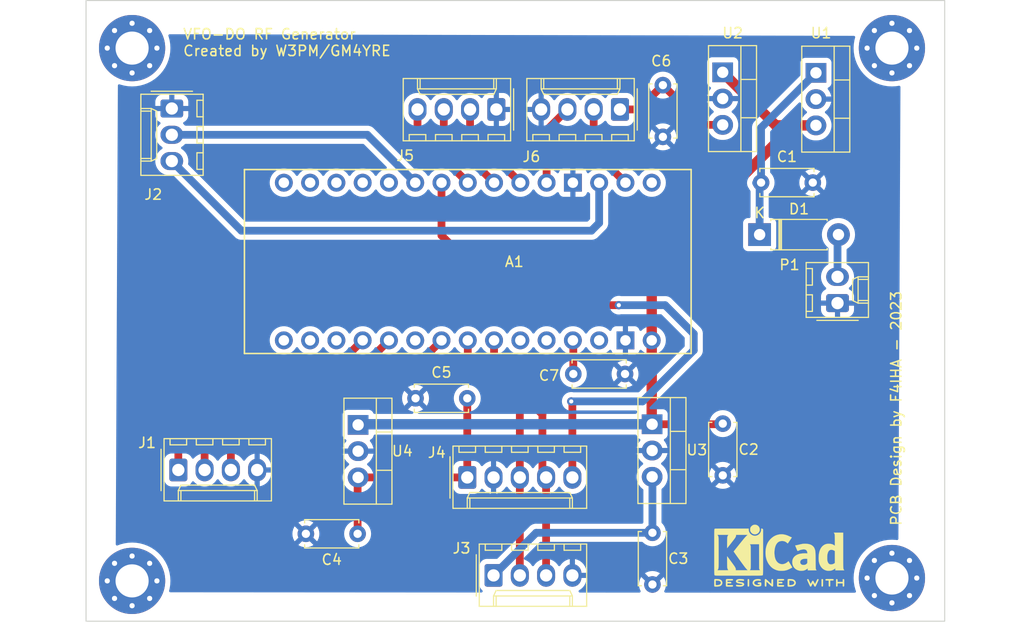
<source format=kicad_pcb>
(kicad_pcb (version 20221018) (generator pcbnew)
  (layers (0 "F.Cu" signal) (31 "B.Cu" signal) (34 "B.Paste" user) (35 "F.Paste" user) (36 "B.SilkS" user "B.Silkscreen") (37 "F.SilkS" user "F.Silkscreen") (38 "B.Mask" user) (39 "F.Mask" user) (44 "Edge.Cuts" user))
  (net 0 "")
  (net 2 "Net-(A1-Pad5V)")
  (net 3 "Net-(J1-Pin_1)")
  (net 4 "Net-(J1-Pin_2)")
  (net 6 "Net-(J1-Pin_3)")
  (net 7 "/SDA")
  (net 8 "/SCL")
  (net 12 "/RX GPS")
  (net 14 "Net-(A1-D2_INT0)")
  (net 15 "Net-(A1-D3_INT1)")
  (net 16 "/CLK0")
  (net 17 "Net-(J2-Pin_2)")
  (net 24 "GND")
  (net 25 "Net-(J2-Pin_3)")
  (net 27 "Net-(U1-VO)")
  (net 28 "Net-(D1-K)")
  (net 29 "Net-(J4-Pin_1)")
  (net 30 "Net-(J6-Pin_1)")
  (net 31 "Net-(J3-Pin_1)")
  (net 32 "+12V")
  (net 33 "Net-(J5-Pin_3)")
  (net 34 "Net-(J5-Pin_4)")
  (footprint "Package_TO_SOT_THT:TO-220-3_Vertical" (layer "F.Cu") (at 109.3 97.02 -90)
    (fp_text reference "U4" (at 2.54 -4.27 -180) (layer "F.SilkS"))
    (fp_text value "LM7805_TO220")
    (pad "1" thru_hole rect (at 0 0 270) (size 1.905 2) (drill 1.1) (layers "*.Cu" "*.Mask") (net 27 "Net-(U1-VO)"))
    (pad "2" thru_hole oval (at 2.54 0 270) (size 1.905 2) (drill 1.1) (layers "*.Cu" "*.Mask") (net 24 "GND"))
    (pad "3" thru_hole oval (at 5.08 0 270) (size 1.905 2) (drill 1.1) (layers "*.Cu" "*.Mask") (net 29 "Net-(J4-Pin_1)"))
  )
  (footprint "Connector_Molex:Molex_KK-254_AE-6410-05A_1x05_P2.54mm_Vertical" (layer "F.Cu") (at 119.85 102.1)
    (fp_text reference "J4" (at -2.95 -2.4) (layer "F.SilkS"))
    (fp_text value "SI5351")
    (pad "1" thru_hole roundrect (at 0 0) (size 1.74 2.19) (drill 1.19) (layers "*.Cu" "*.Mask") (roundrect_rratio 0.1436781609) (net 29 "Net-(J4-Pin_1)"))
    (pad "2" thru_hole oval (at 2.54 0) (size 1.74 2.19) (drill 1.19) (layers "*.Cu" "*.Mask") (net 24 "GND"))
    (pad "3" thru_hole oval (at 5.08 0) (size 1.74 2.19) (drill 1.19) (layers "*.Cu" "*.Mask") (net 7 "/SDA"))
    (pad "4" thru_hole oval (at 7.62 0) (size 1.74 2.19) (drill 1.19) (layers "*.Cu" "*.Mask") (net 8 "/SCL"))
    (pad "5" thru_hole oval (at 10.16 0) (size 1.74 2.19) (drill 1.19) (layers "*.Cu" "*.Mask") (net 16 "/CLK0"))
  )
  (footprint "Connector_Molex:Molex_KK-254_AE-6410-02A_1x02_P2.54mm_Vertical" (layer "F.Cu") (at 155.64 85.25 90)
    (fp_text reference "P1" (at 3.7 -4.64 180) (layer "F.SilkS"))
    (fp_text value "PWR IN")
    (pad "1" thru_hole roundrect (at 0 0 90) (size 1.74 2.19) (drill 1.19) (layers "*.Cu" "*.Mask") (roundrect_rratio 0.1436781609) (net 24 "GND"))
    (pad "2" thru_hole oval (at 2.54 0 90) (size 1.74 2.19) (drill 1.19) (layers "*.Cu" "*.Mask") (net 32 "+12V"))
  )
  (footprint "Package_TO_SOT_THT:TO-220-3_Vertical" (layer "F.Cu") (at 137.72 96.96 -90)
    (fp_text reference "U3" (at 2.49 -4.33) (layer "F.SilkS"))
    (fp_text value "LM7805_TO220")
    (pad "1" thru_hole rect (at 0 0 270) (size 1.905 2) (drill 1.1) (layers "*.Cu" "*.Mask") (net 27 "Net-(U1-VO)"))
    (pad "2" thru_hole oval (at 2.54 0 270) (size 1.905 2) (drill 1.1) (layers "*.Cu" "*.Mask") (net 24 "GND"))
    (pad "3" thru_hole oval (at 5.08 0 270) (size 1.905 2) (drill 1.1) (layers "*.Cu" "*.Mask") (net 31 "Net-(J3-Pin_1)"))
  )
  (footprint "Capacitor_THT:C_Disc_D5.0mm_W2.5mm_P5.00mm" (layer "F.Cu") (at 148.25 73.6)
    (fp_text reference "C1" (at 2.5 -2.5) (layer "F.SilkS"))
    (fp_text value "100n")
    (pad "1" thru_hole circle (at 0 0) (size 1.6 1.6) (drill 0.8) (layers "*.Cu" "*.Mask") (net 28 "Net-(D1-K)"))
    (pad "2" thru_hole circle (at 5 0) (size 1.6 1.6) (drill 0.8) (layers "*.Cu" "*.Mask") (net 24 "GND"))
  )
  (footprint "Diode_THT:D_DO-41_SOD81_P7.62mm_Horizontal" (layer "F.Cu") (at 148.11 78.63)
    (fp_text reference "D1" (at 3.81 -2.47) (layer "F.SilkS"))
    (fp_text value "D_Schottky")
    (fp_text user "K" (at 0 -2.1) (layer "F.SilkS"))
    (pad "1" thru_hole rect (at 0 0) (size 2.2 2.2) (drill 1.1) (layers "*.Cu" "*.Mask") (net 28 "Net-(D1-K)"))
    (pad "2" thru_hole oval (at 7.62 0) (size 2.2 2.2) (drill 1.1) (layers "*.Cu" "*.Mask") (net 32 "+12V"))
  )
  (footprint "MountingHole:MountingHole_3.2mm_M3_Pad_Via" (layer "F.Cu") (at 160.9 60.6)
    (fp_text reference "REF**" hide)
    (fp_text value "MountingHole_3.2mm_M3_Pad_Via")
    (pad "1" thru_hole circle (at -2.4 0) (size 0.8 0.8) (drill 0.5) (layers "*.Cu" "*.Mask"))
    (pad "1" thru_hole circle (at -1.697056 -1.697056) (size 0.8 0.8) (drill 0.5) (layers "*.Cu" "*.Mask"))
    (pad "1" thru_hole circle (at -1.697056 1.697056) (size 0.8 0.8) (drill 0.5) (layers "*.Cu" "*.Mask"))
    (pad "1" thru_hole circle (at 0 -2.4) (size 0.8 0.8) (drill 0.5) (layers "*.Cu" "*.Mask"))
    (pad "1" thru_hole circle (at 0 0) (size 6.4 6.4) (drill 3.2) (layers "*.Cu" "*.Mask"))
    (pad "1" thru_hole circle (at 0 2.4) (size 0.8 0.8) (drill 0.5) (layers "*.Cu" "*.Mask"))
    (pad "1" thru_hole circle (at 1.697056 -1.697056) (size 0.8 0.8) (drill 0.5) (layers "*.Cu" "*.Mask"))
    (pad "1" thru_hole circle (at 1.697056 1.697056) (size 0.8 0.8) (drill 0.5) (layers "*.Cu" "*.Mask"))
    (pad "1" thru_hole circle (at 2.4 0) (size 0.8 0.8) (drill 0.5) (layers "*.Cu" "*.Mask"))
  )
  (footprint "Connector_Molex:Molex_KK-254_AE-6410-04A_1x04_P2.54mm_Vertical" (layer "F.Cu") (at 91.92 101.38)
    (fp_text reference "J1" (at -3.02 -2.63) (layer "F.SilkS"))
    (fp_text value "Commands")
    (pad "1" thru_hole roundrect (at 0 0) (size 1.74 2.19) (drill 1.19) (layers "*.Cu" "*.Mask") (roundrect_rratio 0.1436781609) (net 3 "Net-(J1-Pin_1)"))
    (pad "2" thru_hole oval (at 2.54 0) (size 1.74 2.19) (drill 1.19) (layers "*.Cu" "*.Mask") (net 4 "Net-(J1-Pin_2)"))
    (pad "3" thru_hole oval (at 5.08 0) (size 1.74 2.19) (drill 1.19) (layers "*.Cu" "*.Mask") (net 6 "Net-(J1-Pin_3)"))
    (pad "4" thru_hole oval (at 7.62 0) (size 1.74 2.19) (drill 1.19) (layers "*.Cu" "*.Mask") (net 24 "GND"))
  )
  (footprint "Connector_Molex:Molex_KK-254_AE-6410-04A_1x04_P2.54mm_Vertical" (layer "F.Cu") (at 134.61 66.53 180)
    (fp_text reference "J6" (at 8.56 -4.57) (layer "F.SilkS"))
    (fp_text value "GPS")
    (pad "1" thru_hole roundrect (at 0 0 180) (size 1.74 2.19) (drill 1.19) (layers "*.Cu" "*.Mask") (roundrect_rratio 0.1436781609) (net 30 "Net-(J6-Pin_1)"))
    (pad "2" thru_hole oval (at 2.54 0 180) (size 1.74 2.19) (drill 1.19) (layers "*.Cu" "*.Mask") (net 12 "/RX GPS"))
    (pad "3" thru_hole oval (at 5.08 0 180) (size 1.74 2.19) (drill 1.19) (layers "*.Cu" "*.Mask") (net 14 "Net-(A1-D2_INT0)"))
    (pad "4" thru_hole oval (at 7.62 0 180) (size 1.74 2.19) (drill 1.19) (layers "*.Cu" "*.Mask") (net 24 "GND"))
  )
  (footprint "Package_TO_SOT_THT:TO-220-3_Vertical" (layer "F.Cu") (at 144.54 62.94 -90)
    (fp_text reference "U2" (at -3.79 -0.96) (layer "F.SilkS"))
    (fp_text value "LM7805_TO220")
    (pad "1" thru_hole rect (at 0 0 270) (size 1.905 2) (drill 1.1) (layers "*.Cu" "*.Mask") (net 27 "Net-(U1-VO)"))
    (pad "2" thru_hole oval (at 2.54 0 270) (size 1.905 2) (drill 1.1) (layers "*.Cu" "*.Mask") (net 24 "GND"))
    (pad "3" thru_hole oval (at 5.08 0 270) (size 1.905 2) (drill 1.1) (layers "*.Cu" "*.Mask") (net 30 "Net-(J6-Pin_1)"))
  )
  (footprint "Capacitor_THT:C_Disc_D5.0mm_W2.5mm_P5.00mm" (layer "F.Cu") (at 130.1 92.1)
    (fp_text reference "C7" (at -2.35 0.15) (layer "F.SilkS"))
    (fp_text value "100n")
    (pad "1" thru_hole circle (at 0 0) (size 1.6 1.6) (drill 0.8) (layers "*.Cu" "*.Mask") (net 2 "Net-(A1-Pad5V)"))
    (pad "2" thru_hole circle (at 5 0) (size 1.6 1.6) (drill 0.8) (layers "*.Cu" "*.Mask") (net 24 "GND"))
  )
  (footprint "Capacitor_THT:C_Disc_D5.0mm_W2.5mm_P5.00mm" (layer "F.Cu") (at 137.75 107.45 -90)
    (fp_text reference "C3" (at 2.5 -2.5 -180) (layer "F.SilkS"))
    (fp_text value "100n")
    (pad "1" thru_hole circle (at 0 0 270) (size 1.6 1.6) (drill 0.8) (layers "*.Cu" "*.Mask") (net 31 "Net-(J3-Pin_1)"))
    (pad "2" thru_hole circle (at 5 0 270) (size 1.6 1.6) (drill 0.8) (layers "*.Cu" "*.Mask") (net 24 "GND"))
  )
  (footprint "Capacitor_THT:C_Disc_D5.0mm_W2.5mm_P5.00mm" (layer "F.Cu") (at 109.25 107.55 180)
    (fp_text reference "C4" (at 2.5 -2.5) (layer "F.SilkS"))
    (fp_text value "100n")
    (pad "1" thru_hole circle (at 0 0 180) (size 1.6 1.6) (drill 0.8) (layers "*.Cu" "*.Mask") (net 29 "Net-(J4-Pin_1)"))
    (pad "2" thru_hole circle (at 5 0 180) (size 1.6 1.6) (drill 0.8) (layers "*.Cu" "*.Mask") (net 24 "GND"))
  )
  (footprint "MountingHole:MountingHole_3.2mm_M3_Pad_Via" (layer "F.Cu") (at 160.9 111.825)
    (fp_text reference "REF**" hide)
    (fp_text value "MountingHole_3.2mm_M3_Pad_Via")
    (pad "1" thru_hole circle (at -2.4 0) (size 0.8 0.8) (drill 0.5) (layers "*.Cu" "*.Mask"))
    (pad "1" thru_hole circle (at -1.697056 -1.697056) (size 0.8 0.8) (drill 0.5) (layers "*.Cu" "*.Mask"))
    (pad "1" thru_hole circle (at -1.697056 1.697056) (size 0.8 0.8) (drill 0.5) (layers "*.Cu" "*.Mask"))
    (pad "1" thru_hole circle (at 0 -2.4) (size 0.8 0.8) (drill 0.5) (layers "*.Cu" "*.Mask"))
    (pad "1" thru_hole circle (at 0 0) (size 6.4 6.4) (drill 3.2) (layers "*.Cu" "*.Mask"))
    (pad "1" thru_hole circle (at 0 2.4) (size 0.8 0.8) (drill 0.5) (layers "*.Cu" "*.Mask"))
    (pad "1" thru_hole circle (at 1.697056 -1.697056) (size 0.8 0.8) (drill 0.5) (layers "*.Cu" "*.Mask"))
    (pad "1" thru_hole circle (at 1.697056 1.697056) (size 0.8 0.8) (drill 0.5) (layers "*.Cu" "*.Mask"))
    (pad "1" thru_hole circle (at 2.4 0) (size 0.8 0.8) (drill 0.5) (layers "*.Cu" "*.Mask"))
  )
  (footprint "Package_TO_SOT_THT:TO-220-3_Vertical" (layer "F.Cu") (at 153.555 62.99 -90)
    (fp_text reference "U1" (at -3.84 -0.495 -180) (layer "F.SilkS"))
    (fp_text value "LM7808_TO220")
    (pad "1" thru_hole rect (at 0 0 270) (size 1.905 2) (drill 1.1) (layers "*.Cu" "*.Mask") (net 28 "Net-(D1-K)"))
    (pad "2" thru_hole oval (at 2.54 0 270) (size 1.905 2) (drill 1.1) (layers "*.Cu" "*.Mask") (net 24 "GND"))
    (pad "3" thru_hole oval (at 5.08 0 270) (size 1.905 2) (drill 1.1) (layers "*.Cu" "*.Mask") (net 27 "Net-(U1-VO)"))
  )
  (footprint "Capacitor_THT:C_Disc_D5.0mm_W2.5mm_P5.00mm" (layer "F.Cu") (at 138.76 64.18 -90)
    (fp_text reference "C6" (at -2.33 0.16 -180) (layer "F.SilkS"))
    (fp_text value "100n")
    (pad "1" thru_hole circle (at 0 0 270) (size 1.6 1.6) (drill 0.8) (layers "*.Cu" "*.Mask") (net 30 "Net-(J6-Pin_1)"))
    (pad "2" thru_hole circle (at 5 0 270) (size 1.6 1.6) (drill 0.8) (layers "*.Cu" "*.Mask") (net 24 "GND"))
  )
  (footprint "Connector_Molex:Molex_KK-254_AE-6410-04A_1x04_P2.54mm_Vertical" (layer "F.Cu") (at 122.39 111.57)
    (fp_text reference "J3" (at -3.09 -2.62) (layer "F.SilkS"))
    (fp_text value "Screen")
    (pad "1" thru_hole roundrect (at 0 0) (size 1.74 2.19) (drill 1.19) (layers "*.Cu" "*.Mask") (roundrect_rratio 0.1436781609) (net 31 "Net-(J3-Pin_1)"))
    (pad "2" thru_hole oval (at 2.54 0) (size 1.74 2.19) (drill 1.19) (layers "*.Cu" "*.Mask") (net 7 "/SDA"))
    (pad "3" thru_hole oval (at 5.08 0) (size 1.74 2.19) (drill 1.19) (layers "*.Cu" "*.Mask") (net 8 "/SCL"))
    (pad "4" thru_hole oval (at 7.62 0) (size 1.74 2.19) (drill 1.19) (layers "*.Cu" "*.Mask") (net 24 "GND"))
  )
  (footprint "MountingHole:MountingHole_3.2mm_M3_Pad_Via" (layer "F.Cu") (at 87.45 112.1)
    (fp_text reference "REF**" hide)
    (fp_text value "MountingHole_3.2mm_M3_Pad_Via")
    (pad "1" thru_hole circle (at -2.4 0) (size 0.8 0.8) (drill 0.5) (layers "*.Cu" "*.Mask"))
    (pad "1" thru_hole circle (at -1.697056 -1.697056) (size 0.8 0.8) (drill 0.5) (layers "*.Cu" "*.Mask"))
    (pad "1" thru_hole circle (at -1.697056 1.697056) (size 0.8 0.8) (drill 0.5) (layers "*.Cu" "*.Mask"))
    (pad "1" thru_hole circle (at 0 -2.4) (size 0.8 0.8) (drill 0.5) (layers "*.Cu" "*.Mask"))
    (pad "1" thru_hole circle (at 0 0) (size 6.4 6.4) (drill 3.2) (layers "*.Cu" "*.Mask"))
    (pad "1" thru_hole circle (at 0 2.4) (size 0.8 0.8) (drill 0.5) (layers "*.Cu" "*.Mask"))
    (pad "1" thru_hole circle (at 1.697056 -1.697056) (size 0.8 0.8) (drill 0.5) (layers "*.Cu" "*.Mask"))
    (pad "1" thru_hole circle (at 1.697056 1.697056) (size 0.8 0.8) (drill 0.5) (layers "*.Cu" "*.Mask"))
    (pad "1" thru_hole circle (at 2.4 0) (size 0.8 0.8) (drill 0.5) (layers "*.Cu" "*.Mask"))
  )
  (footprint "PCM_arduino-library:Arduino_Nano_Socket" (layer "F.Cu") (at 98.3095 81.23 -90)
    (fp_text reference "A1" (at 0.02 -26.0905) (layer "F.SilkS"))
    (fp_text value "Arduino_Nano_Socket")
    (pad "3V3" thru_hole circle (at 7.62 -6.35 270) (size 1.7272 1.7272) (drill 1.016) (layers "*.Cu" "*.Mask"))
    (pad "5V" thru_hole circle (at 7.62 -31.75 270) (size 1.7272 1.7272) (drill 1.016) (layers "*.Cu" "*.Mask") (net 2 "Net-(A1-Pad5V)"))
    (pad "A0" thru_hole circle (at 7.62 -11.43 270) (size 1.7272 1.7272) (drill 1.016) (layers "*.Cu" "*.Mask") (net 3 "Net-(J1-Pin_1)"))
    (pad "A1" thru_hole circle (at 7.62 -13.97 270) (size 1.7272 1.7272) (drill 1.016) (layers "*.Cu" "*.Mask") (net 4 "Net-(J1-Pin_2)"))
    (pad "A2" thru_hole circle (at 7.62 -16.51 270) (size 1.7272 1.7272) (drill 1.016) (layers "*.Cu" "*.Mask"))
    (pad "A3" thru_hole circle (at 7.62 -19.05 270) (size 1.7272 1.7272) (drill 1.016) (layers "*.Cu" "*.Mask") (net 6 "Net-(J1-Pin_3)"))
    (pad "A4" thru_hole circle (at 7.62 -21.59 270) (size 1.7272 1.7272) (drill 1.016) (layers "*.Cu" "*.Mask") (net 7 "/SDA"))
    (pad "A5" thru_hole circle (at 7.62 -24.13 270) (size 1.7272 1.7272) (drill 1.016) (layers "*.Cu" "*.Mask") (net 8 "/SCL"))
    (pad "A6" thru_hole circle (at 7.62 -26.67 270) (size 1.7272 1.7272) (drill 1.016) (layers "*.Cu" "*.Mask"))
    (pad "A7" thru_hole circle (at 7.62 -29.21 270) (size 1.7272 1.7272) (drill 1.016) (layers "*.Cu" "*.Mask"))
    (pad "AREF" thru_hole circle (at 7.62 -8.89 270) (size 1.7272 1.7272) (drill 1.016) (layers "*.Cu" "*.Mask"))
    (pad "D0" thru_hole circle (at -7.62 -36.83 270) (size 1.7272 1.7272) (drill 1.016) (layers "*.Cu" "*.Mask") (net 12 "/RX GPS"))
    (pad "D1" thru_hole circle (at -7.62 -39.37 270) (size 1.7272 1.7272) (drill 1.016) (layers "*.Cu" "*.Mask"))
    (pad "D2" thru_hole circle (at -7.62 -29.21 270) (size 1.7272 1.7272) (drill 1.016) (layers "*.Cu" "*.Mask") (net 14 "Net-(A1-D2_INT0)"))
    (pad "D3" thru_hole circle (at -7.62 -26.67 270) (size 1.7272 1.7272) (drill 1.016) (layers "*.Cu" "*.Mask") (net 15 "Net-(A1-D3_INT1)"))
    (pad "D4" thru_hole circle (at -7.62 -24.13 270) (size 1.7272 1.7272) (drill 1.016) (layers "*.Cu" "*.Mask") (net 33 "Net-(J5-Pin_3)"))
    (pad "D5" thru_hole circle (at -7.62 -21.59 270) (size 1.7272 1.7272) (drill 1.016) (layers "*.Cu" "*.Mask") (net 34 "Net-(J5-Pin_4)"))
    (pad "D6" thru_hole circle (at -7.62 -19.05 270) (size 1.7272 1.7272) (drill 1.016) (layers "*.Cu" "*.Mask") (net 16 "/CLK0"))
    (pad "D7" thru_hole circle (at -7.62 -16.51 270) (size 1.7272 1.7272) (drill 1.016) (layers "*.Cu" "*.Mask") (net 17 "Net-(J2-Pin_2)"))
    (pad "D8" thru_hole circle (at -7.62 -13.97 270) (size 1.7272 1.7272) (drill 1.016) (layers "*.Cu" "*.Mask"))
    (pad "D9" thru_hole circle (at -7.62 -11.43 270) (size 1.7272 1.7272) (drill 1.016) (layers "*.Cu" "*.Mask"))
    (pad "D10" thru_hole circle (at -7.62 -8.89 270) (size 1.7272 1.7272) (drill 1.016) (layers "*.Cu" "*.Mask"))
    (pad "D11" thru_hole circle (at -7.62 -6.35 270) (size 1.7272 1.7272) (drill 1.016) (layers "*.Cu" "*.Mask"))
    (pad "D12" thru_hole circle (at -7.62 -3.81 270) (size 1.7272 1.7272) (drill 1.016) (layers "*.Cu" "*.Mask"))
    (pad "D13" thru_hole circle (at 7.62 -3.81 270) (size 1.7272 1.7272) (drill 1.016) (layers "*.Cu" "*.Mask"))
    (pad "GND1" thru_hole rect (at -7.62 -31.75 270) (size 1.7272 1.7272) (drill 1.016) (layers "*.Cu" "*.Mask") (net 24 "GND"))
    (pad "GND2" thru_hole rect (at 7.62 -36.83 270) (size 1.7272 1.7272) (drill 1.016) (layers "*.Cu" "*.Mask") (net 24 "GND"))
    (pad "RST1" thru_hole circle (at -7.62 -34.29 270) (size 1.7272 1.7272) (drill 1.016) (layers "*.Cu" "*.Mask") (net 25 "Net-(J2-Pin_3)"))
    (pad "RST2" thru_hole circle (at 7.62 -34.29 270) (size 1.7272 1.7272) (drill 1.016) (layers "*.Cu" "*.Mask"))
    (pad "VIN" thru_hole circle (at 7.62 -39.37 270) (size 1.7272 1.7272) (drill 1.016) (layers "*.Cu" "*.Mask") (net 27 "Net-(U1-VO)"))
  )
  (footprint "Connector_Molex:Molex_KK-254_AE-6410-04A_1x04_P2.54mm_Vertical" (layer "F.Cu") (at 122.66 66.53 180)
    (fp_text reference "J5" (at 8.81 -4.47) (layer "F.SilkS"))
    (fp_text value "Encodeur")
    (pad "1" thru_hole roundrect (at 0 0 180) (size 1.74 2.19) (drill 1.19) (layers "*.Cu" "*.Mask") (roundrect_rratio 0.1436781609) (net 24 "GND"))
    (pad "2" thru_hole oval (at 2.54 0 180) (size 1.74 2.19) (drill 1.19) (layers "*.Cu" "*.Mask") (net 15 "Net-(A1-D3_INT1)"))
    (pad "3" thru_hole oval (at 5.08 0 180) (size 1.74 2.19) (drill 1.19) (layers "*.Cu" "*.Mask") (net 33 "Net-(J5-Pin_3)"))
    (pad "4" thru_hole oval (at 7.62 0 180) (size 1.74 2.19) (drill 1.19) (layers "*.Cu" "*.Mask") (net 34 "Net-(J5-Pin_4)"))
  )
  (footprint "Symbol:KiCad-Logo2_5mm_SilkScreen" (layer "F.Cu") (at 150 109.65)
    (fp_text reference "REF**" hide)
    (fp_text value "KiCad-Logo2_5mm_SilkScreen" hide)
  )
  (footprint "Capacitor_THT:C_Disc_D5.0mm_W2.5mm_P5.00mm" (layer "F.Cu") (at 144.55 96.9 -90)
    (fp_text reference "C2" (at 2.5 -2.5 -180) (layer "F.SilkS"))
    (fp_text value "100n")
    (pad "1" thru_hole circle (at 0 0 270) (size 1.6 1.6) (drill 0.8) (layers "*.Cu" "*.Mask") (net 27 "Net-(U1-VO)"))
    (pad "2" thru_hole circle (at 5 0 270) (size 1.6 1.6) (drill 0.8) (layers "*.Cu" "*.Mask") (net 24 "GND"))
  )
  (footprint "Capacitor_THT:C_Disc_D5.0mm_W2.5mm_P5.00mm" (layer "F.Cu") (at 114.85 94.45)
    (fp_text reference "C5" (at 2.5 -2.5) (layer "F.SilkS"))
    (fp_text value "100n")
    (pad "1" thru_hole circle (at 0 0) (size 1.6 1.6) (drill 0.8) (layers "*.Cu" "*.Mask") (net 24 "GND"))
    (pad "2" thru_hole circle (at 5 0) (size 1.6 1.6) (drill 0.8) (layers "*.Cu" "*.Mask") (net 29 "Net-(J4-Pin_1)"))
  )
  (footprint "MountingHole:MountingHole_3.2mm_M3_Pad_Via" (layer "F.Cu") (at 87.45 60.6)
    (fp_text reference "REF**" hide)
    (fp_text value "MountingHole_3.2mm_M3_Pad_Via")
    (pad "1" thru_hole circle (at -2.4 0) (size 0.8 0.8) (drill 0.5) (layers "*.Cu" "*.Mask"))
    (pad "1" thru_hole circle (at -1.697056 -1.697056) (size 0.8 0.8) (drill 0.5) (layers "*.Cu" "*.Mask"))
    (pad "1" thru_hole circle (at -1.697056 1.697056) (size 0.8 0.8) (drill 0.5) (layers "*.Cu" "*.Mask"))
    (pad "1" thru_hole circle (at 0 -2.4) (size 0.8 0.8) (drill 0.5) (layers "*.Cu" "*.Mask"))
    (pad "1" thru_hole circle (at 0 0) (size 6.4 6.4) (drill 3.2) (layers "*.Cu" "*.Mask"))
    (pad "1" thru_hole circle (at 0 2.4) (size 0.8 0.8) (drill 0.5) (layers "*.Cu" "*.Mask"))
    (pad "1" thru_hole circle (at 1.697056 -1.697056) (size 0.8 0.8) (drill 0.5) (layers "*.Cu" "*.Mask"))
    (pad "1" thru_hole circle (at 1.697056 1.697056) (size 0.8 0.8) (drill 0.5) (layers "*.Cu" "*.Mask"))
    (pad "1" thru_hole circle (at 2.4 0) (size 0.8 0.8) (drill 0.5) (layers "*.Cu" "*.Mask"))
  )
  (footprint "Connector_Molex:Molex_KK-254_AE-6410-03A_1x03_P2.54mm_Vertical" (layer "F.Cu") (at 91.29 66.44 -90)
    (fp_text reference "J2" (at 8.31 1.79 -180) (layer "F.SilkS"))
    (fp_text value "Dis GPS + Reset")
    (pad "1" thru_hole roundrect (at 0 0 270) (size 1.74 2.19) (drill 1.19) (layers "*.Cu" "*.Mask") (roundrect_rratio 0.1436781609) (net 24 "GND"))
    (pad "2" thru_hole oval (at 2.54 0 270) (size 1.74 2.19) (drill 1.19) (layers "*.Cu" "*.Mask") (net 17 "Net-(J2-Pin_2)"))
    (pad "3" thru_hole oval (at 5.08 0 270) (size 1.74 2.19) (drill 1.19) (layers "*.Cu" "*.Mask") (net 25 "Net-(J2-Pin_3)"))
  )
  (gr_rect (start 83 56) (end 166 116) (stroke (width 0.1)) (fill none) (layer "Edge.Cuts"))
  (gr_text "VFO-DO RF Generator\nCreated by W3PM/GM4YRE" (at 92.3 61.45) (layer "F.SilkS") (effects (font (size 1 1)) (justify left bottom)))
  (gr_text "PCB Design by F4IHA - 2023\n" (at 161.9 106.85 90) (layer "F.SilkS") (effects (font (size 1 1)) (justify left bottom)))
  (segment (start 130.1 88.8905) (end 130.0595 88.85) (width 0.75) (layer "F.Cu") (net 2))
  (segment (start 130.1 92.1) (end 130.1 88.8905) (width 0.75) (layer "F.Cu") (net 2))
  (segment (start 91.92 101.38) (end 91.92 98.436498) (width 0.75) (layer "F.Cu") (net 3))
  (segment (start 107.4395 91.15) (end 109.7395 88.85) (width 0.75) (layer "F.Cu") (net 3))
  (segment (start 99.206498 91.15) (end 107.4395 91.15) (width 0.75) (layer "F.Cu") (net 3))
  (segment (start 91.92 98.436498) (end 99.206498 91.15) (width 0.75) (layer "F.Cu") (net 3))
  (segment (start 99.656498 92.1) (end 94.606498 97.15) (width 0.75) (layer "F.Cu") (net 4))
  (segment (start 109.0295 92.1) (end 99.656498 92.1) (width 0.75) (layer "F.Cu") (net 4))
  (segment (start 94.606498 97.15) (end 94.55 97.15) (width 0.75) (layer "F.Cu") (net 4))
  (segment (start 112.2795 88.85) (end 109.0295 92.1) (width 0.75) (layer "F.Cu") (net 4))
  (segment (start 94.55 97.15) (end 94.46 97.24) (width 0.75) (layer "F.Cu") (net 4))
  (segment (start 94.46 97.24) (end 94.46 101.38) (width 0.75) (layer "F.Cu") (net 4))
  (segment (start 97 101.38) (end 97 96.1) (width 0.75) (layer "F.Cu") (net 6))
  (segment (start 100.05 93.05) (end 113.1595 93.05) (width 0.75) (layer "F.Cu") (net 6))
  (segment (start 113.1595 93.05) (end 117.3595 88.85) (width 0.75) (layer "F.Cu") (net 6))
  (segment (start 97 96.1) (end 100.05 93.05) (width 0.75) (layer "F.Cu") (net 6))
  (segment (start 124.93 111.57) (end 124.93 102.1) (width 0.75) (layer "F.Cu") (net 7))
  (segment (start 124.93 95.53) (end 124.93 102.1) (width 0.75) (layer "F.Cu") (net 7))
  (segment (start 119.8995 90.4995) (end 124.93 95.53) (width 0.75) (layer "F.Cu") (net 7))
  (segment (start 119.8995 88.85) (end 119.8995 90.4995) (width 0.75) (layer "F.Cu") (net 7))
  (segment (start 127.47 102.1) (end 127.47 111.57) (width 0.75) (layer "F.Cu") (net 8))
  (segment (start 127.115 101.745) (end 127.115 96.015) (width 0.75) (layer "F.Cu") (net 8))
  (segment (start 127.115 96.015) (end 122.4395 91.3395) (width 0.75) (layer "F.Cu") (net 8))
  (segment (start 127.47 102.1) (end 127.115 101.745) (width 0.75) (layer "F.Cu") (net 8))
  (segment (start 122.4395 91.3395) (end 122.4395 88.85) (width 0.75) (layer "F.Cu") (net 8))
  (segment (start 135.1395 73.61) (end 132.07 70.5405) (width 0.75) (layer "F.Cu") (net 12))
  (segment (start 132.07 70.5405) (end 132.07 66.53) (width 0.75) (layer "F.Cu") (net 12))
  (segment (start 127.5195 68.5405) (end 129.53 66.53) (width 0.75) (layer "F.Cu") (net 14))
  (segment (start 127.5195 73.61) (end 127.5195 68.5405) (width 0.75) (layer "F.Cu") (net 14))
  (segment (start 120.12 68.7505) (end 120.12 66.53) (width 0.75) (layer "F.Cu") (net 15))
  (segment (start 124.9795 73.61) (end 120.12 68.7505) (width 0.75) (layer "F.Cu") (net 15))
  (segment (start 130.01 94.86) (end 129.9 94.75) (width 0.75) (layer "F.Cu") (net 16))
  (segment (start 130.01 102.1) (end 130.01 94.86) (width 0.75) (layer "F.Cu") (net 16))
  (segment (start 134.5 85.45) (end 124.1 85.45) (width 0.75) (layer "F.Cu") (net 16))
  (segment (start 117.3595 78.7095) (end 117.3595 73.61) (width 0.75) (layer "F.Cu") (net 16))
  (segment (start 124.1 85.45) (end 117.3595 78.7095) (width 0.75) (layer "F.Cu") (net 16))
  (via (at 134.5 85.45) (size 0.8) (drill 0.4) (layers "F.Cu" "B.Cu") (net 16))
  (via (at 129.9 94.75) (size 0.8) (drill 0.4) (layers "F.Cu" "B.Cu") (net 16))
  (segment (start 141.7445 88.218324) (end 141.7445 89.8055) (width 0.75) (layer "B.Cu") (net 16))
  (segment (start 136.8 94.75) (end 129.9 94.75) (width 0.75) (layer "B.Cu") (net 16))
  (segment (start 134.5 85.45) (end 138.976176 85.45) (width 0.75) (layer "B.Cu") (net 16))
  (segment (start 138.976176 85.45) (end 141.7445 88.218324) (width 0.75) (layer "B.Cu") (net 16))
  (segment (start 141.7445 89.8055) (end 136.8 94.75) (width 0.75) (layer "B.Cu") (net 16))
  (segment (start 110.1895 68.98) (end 114.8195 73.61) (width 0.75) (layer "B.Cu") (net 17))
  (segment (start 91.29 68.98) (end 110.1895 68.98) (width 0.75) (layer "B.Cu") (net 17))
  (segment (start 98.02 78.25) (end 91.29 71.52) (width 0.75) (layer "B.Cu") (net 25))
  (segment (start 132.5995 77.5005) (end 131.85 78.25) (width 0.75) (layer "B.Cu") (net 25))
  (segment (start 132.5995 73.61) (end 132.5995 77.5005) (width 0.75) (layer "B.Cu") (net 25))
  (segment (start 131.85 78.25) (end 98.02 78.25) (width 0.75) (layer "B.Cu") (net 25))
  (segment (start 137.6795 88.85) (end 137.6795 96.9195) (width 1) (layer "F.Cu") (net 27))
  (segment (start 149.8 69.655456) (end 149.8 68.07) (width 1) (layer "F.Cu") (net 27))
  (segment (start 149.67 68.07) (end 144.54 62.94) (width 1) (layer "F.Cu") (net 27))
  (segment (start 153.555 68.07) (end 149.8 68.07) (width 1) (layer "F.Cu") (net 27))
  (segment (start 149.8 68.07) (end 149.67 68.07) (width 0.75) (layer "F.Cu") (net 27))
  (segment (start 137.6795 81.775956) (end 149.8 69.655456) (width 1) (layer "F.Cu") (net 27))
  (segment (start 144.49 96.96) (end 144.55 96.9) (width 0.75) (layer "F.Cu") (net 27))
  (segment (start 137.6795 96.9195) (end 137.72 96.96) (width 0.75) (layer "F.Cu") (net 27))
  (segment (start 137.72 96.96) (end 144.49 96.96) (width 0.75) (layer "F.Cu") (net 27))
  (segment (start 137.6795 88.85) (end 137.6795 81.775956) (width 1) (layer "F.Cu") (net 27))
  (segment (start 109.36 96.96) (end 109.3 97.02) (width 0.75) (layer "B.Cu") (net 27))
  (segment (start 137.72 96.96) (end 109.36 96.96) (width 1) (layer "B.Cu") (net 27))
  (segment (start 148.11 78.63) (end 148.11 73.97) (width 0.75) (layer "B.Cu") (net 28))
  (segment (start 148.25 68.295) (end 153.555 62.99) (width 0.75) (layer "B.Cu") (net 28))
  (segment (start 148.25 73.6) (end 148.25 68.295) (width 0.75) (layer "B.Cu") (net 28))
  (segment (start 148.11 73.97) (end 147.77 73.63) (width 0.75) (layer "B.Cu") (net 28))
  (segment (start 119.85 102.1) (end 109.3 102.1) (width 0.75) (layer "F.Cu") (net 29))
  (segment (start 119.85 102.1) (end 119.85 94.45) (width 0.75) (layer "F.Cu") (net 29))
  (segment (start 109.25 107.55) (end 109.25 102.15) (width 0.75) (layer "F.Cu") (net 29))
  (segment (start 109.25 102.15) (end 109.3 102.1) (width 0.75) (layer "F.Cu") (net 29))
  (segment (start 144.54 68.02) (end 142.6 68.02) (width 0.75) (layer "F.Cu") (net 30))
  (segment (start 136.41 66.53) (end 138.76 64.18) (width 0.75) (layer "F.Cu") (net 30))
  (segment (start 142.6 68.02) (end 138.76 64.18) (width 0.75) (layer "F.Cu") (net 30))
  (segment (start 134.61 66.53) (end 136.41 66.53) (width 0.75) (layer "F.Cu") (net 30))
  (segment (start 137.75 102.07) (end 137.72 102.04) (width 0.75) (layer "B.Cu") (net 31))
  (segment (start 126.51 107.45) (end 122.39 111.57) (width 0.75) (layer "B.Cu") (net 31))
  (segment (start 137.75 107.45) (end 126.51 107.45) (width 0.75) (layer "B.Cu") (net 31))
  (segment (start 137.75 107.45) (end 137.75 102.07) (width 0.75) (layer "B.Cu") (net 31))
  (segment (start 155.64 82.71) (end 155.64 78.72) (width 0.75) (layer "B.Cu") (net 32))
  (segment (start 155.64 78.72) (end 155.73 78.63) (width 0.75) (layer "B.Cu") (net 32))
  (segment (start 122.4395 73.61) (end 117.58 68.7505) (width 0.75) (layer "F.Cu") (net 33))
  (segment (start 117.58 68.7505) (end 117.58 66.53) (width 0.75) (layer "F.Cu") (net 33))
  (segment (start 115.04 68.7505) (end 115.04 66.53) (width 0.75) (layer "F.Cu") (net 34))
  (segment (start 119.8995 73.61) (end 115.04 68.7505) (width 0.75) (layer "F.Cu") (net 34))
  (zone (net 24) (net_name "GND") (layer "B.Cu") (connect_pads (clearance 0.5)) (min_thickness 0.25) (fill yes (thermal_gap 0.5) (thermal_bridge_width 0.5))
    (polygon (pts (xy 86.1 59.25) (xy 161.745013 59.423807) (xy 161.5 113.25) (xy 85.85 113.2)))
  )
)
</source>
